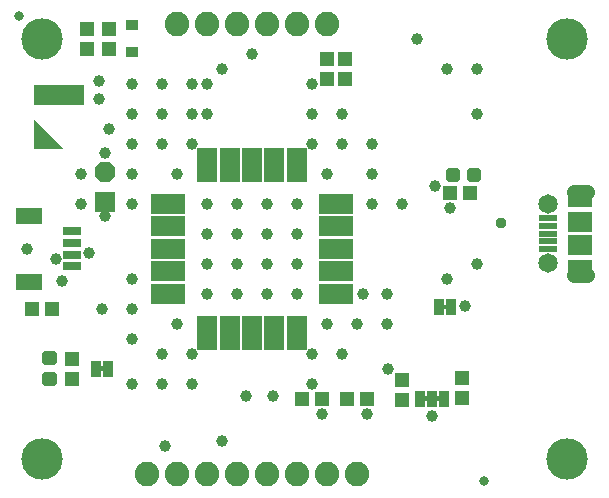
<source format=gbr>
G04 EAGLE Gerber RS-274X export*
G75*
%MOMM*%
%FSLAX34Y34*%
%LPD*%
%INSoldermask Top*%
%IPPOS*%
%AMOC8*
5,1,8,0,0,1.08239X$1,22.5*%
G01*
%ADD10C,3.505200*%
%ADD11C,0.838200*%
%ADD12R,2.203200X1.403200*%
%ADD13R,1.553200X0.803200*%
%ADD14R,1.303200X1.203200*%
%ADD15R,1.203200X1.303200*%
%ADD16R,4.200000X1.700000*%
%ADD17R,0.838200X1.473200*%
%ADD18C,0.505344*%
%ADD19R,1.033200X0.833200*%
%ADD20R,2.953200X1.803200*%
%ADD21R,1.803200X2.953200*%
%ADD22C,2.082800*%
%ADD23C,1.653200*%
%ADD24R,1.553200X0.603200*%
%ADD25R,2.103200X1.703200*%
%ADD26R,2.103200X1.403200*%
%ADD27C,1.311200*%
%ADD28R,1.727200X1.727200*%
%ADD29P,1.869504X8X202.500000*%
%ADD30C,0.990600*%
%ADD31C,0.959600*%

G36*
X208062Y668923D02*
X208062Y668923D01*
X208106Y668926D01*
X208128Y668942D01*
X208154Y668950D01*
X208183Y668983D01*
X208218Y669009D01*
X208228Y669035D01*
X208246Y669055D01*
X208253Y669099D01*
X208268Y669139D01*
X208263Y669166D01*
X208267Y669193D01*
X208249Y669234D01*
X208240Y669276D01*
X208214Y669312D01*
X208210Y669321D01*
X208205Y669325D01*
X208196Y669336D01*
X184196Y693336D01*
X184158Y693357D01*
X184125Y693386D01*
X184098Y693390D01*
X184074Y693403D01*
X184030Y693400D01*
X183987Y693407D01*
X183962Y693396D01*
X183934Y693394D01*
X183899Y693368D01*
X183859Y693350D01*
X183844Y693327D01*
X183822Y693311D01*
X183806Y693270D01*
X183782Y693234D01*
X183775Y693190D01*
X183772Y693181D01*
X183773Y693174D01*
X183771Y693160D01*
X183771Y669160D01*
X183776Y669144D01*
X183773Y669127D01*
X183795Y669077D01*
X183810Y669026D01*
X183823Y669015D01*
X183830Y668999D01*
X183875Y668969D01*
X183915Y668934D01*
X183932Y668931D01*
X183947Y668922D01*
X184020Y668911D01*
X208020Y668911D01*
X208062Y668923D01*
G37*
G36*
X527750Y455307D02*
X527750Y455307D01*
X527816Y455309D01*
X527859Y455327D01*
X527906Y455335D01*
X527963Y455369D01*
X528023Y455394D01*
X528058Y455425D01*
X528099Y455450D01*
X528141Y455501D01*
X528189Y455545D01*
X528211Y455587D01*
X528240Y455624D01*
X528261Y455686D01*
X528292Y455745D01*
X528300Y455799D01*
X528312Y455836D01*
X528311Y455876D01*
X528319Y455930D01*
X528319Y458470D01*
X528308Y458535D01*
X528306Y458601D01*
X528288Y458644D01*
X528280Y458691D01*
X528246Y458748D01*
X528221Y458808D01*
X528190Y458843D01*
X528165Y458884D01*
X528114Y458926D01*
X528070Y458974D01*
X528028Y458996D01*
X527991Y459025D01*
X527929Y459046D01*
X527870Y459077D01*
X527816Y459085D01*
X527779Y459097D01*
X527739Y459096D01*
X527685Y459104D01*
X513715Y459104D01*
X513650Y459093D01*
X513584Y459091D01*
X513541Y459073D01*
X513494Y459065D01*
X513437Y459031D01*
X513377Y459006D01*
X513342Y458975D01*
X513301Y458950D01*
X513260Y458899D01*
X513211Y458855D01*
X513189Y458813D01*
X513160Y458776D01*
X513139Y458714D01*
X513108Y458655D01*
X513100Y458601D01*
X513088Y458564D01*
X513088Y458561D01*
X513089Y458524D01*
X513081Y458470D01*
X513081Y455930D01*
X513092Y455865D01*
X513094Y455799D01*
X513112Y455756D01*
X513120Y455709D01*
X513154Y455652D01*
X513179Y455592D01*
X513210Y455557D01*
X513235Y455516D01*
X513286Y455475D01*
X513330Y455426D01*
X513372Y455404D01*
X513409Y455375D01*
X513471Y455354D01*
X513530Y455323D01*
X513584Y455315D01*
X513621Y455303D01*
X513661Y455304D01*
X513715Y455296D01*
X527685Y455296D01*
X527750Y455307D01*
G37*
G36*
X534100Y532777D02*
X534100Y532777D01*
X534166Y532779D01*
X534209Y532797D01*
X534256Y532805D01*
X534313Y532839D01*
X534373Y532864D01*
X534408Y532895D01*
X534449Y532920D01*
X534491Y532971D01*
X534539Y533015D01*
X534561Y533057D01*
X534590Y533094D01*
X534611Y533156D01*
X534642Y533215D01*
X534650Y533269D01*
X534662Y533306D01*
X534661Y533346D01*
X534669Y533400D01*
X534669Y535940D01*
X534658Y536005D01*
X534656Y536071D01*
X534638Y536114D01*
X534630Y536161D01*
X534596Y536218D01*
X534571Y536278D01*
X534540Y536313D01*
X534515Y536354D01*
X534464Y536396D01*
X534420Y536444D01*
X534378Y536466D01*
X534341Y536495D01*
X534279Y536516D01*
X534220Y536547D01*
X534166Y536555D01*
X534129Y536567D01*
X534089Y536566D01*
X534035Y536574D01*
X530225Y536574D01*
X530160Y536563D01*
X530094Y536561D01*
X530051Y536543D01*
X530004Y536535D01*
X529947Y536501D01*
X529887Y536476D01*
X529852Y536445D01*
X529811Y536420D01*
X529770Y536369D01*
X529721Y536325D01*
X529699Y536283D01*
X529670Y536246D01*
X529649Y536184D01*
X529618Y536125D01*
X529610Y536071D01*
X529598Y536034D01*
X529598Y536031D01*
X529599Y535994D01*
X529591Y535940D01*
X529591Y533400D01*
X529602Y533335D01*
X529604Y533269D01*
X529622Y533226D01*
X529630Y533179D01*
X529664Y533122D01*
X529689Y533062D01*
X529720Y533027D01*
X529745Y532986D01*
X529796Y532945D01*
X529840Y532896D01*
X529882Y532874D01*
X529919Y532845D01*
X529981Y532824D01*
X530040Y532793D01*
X530094Y532785D01*
X530131Y532773D01*
X530171Y532774D01*
X530225Y532766D01*
X534035Y532766D01*
X534100Y532777D01*
G37*
G36*
X243270Y480707D02*
X243270Y480707D01*
X243336Y480709D01*
X243379Y480727D01*
X243426Y480735D01*
X243483Y480769D01*
X243543Y480794D01*
X243578Y480825D01*
X243619Y480850D01*
X243661Y480901D01*
X243709Y480945D01*
X243731Y480987D01*
X243760Y481024D01*
X243781Y481086D01*
X243812Y481145D01*
X243820Y481199D01*
X243832Y481236D01*
X243831Y481276D01*
X243839Y481330D01*
X243839Y483870D01*
X243828Y483935D01*
X243826Y484001D01*
X243808Y484044D01*
X243800Y484091D01*
X243766Y484148D01*
X243741Y484208D01*
X243710Y484243D01*
X243685Y484284D01*
X243634Y484326D01*
X243590Y484374D01*
X243548Y484396D01*
X243511Y484425D01*
X243449Y484446D01*
X243390Y484477D01*
X243336Y484485D01*
X243299Y484497D01*
X243259Y484496D01*
X243205Y484504D01*
X239395Y484504D01*
X239330Y484493D01*
X239264Y484491D01*
X239221Y484473D01*
X239174Y484465D01*
X239117Y484431D01*
X239057Y484406D01*
X239022Y484375D01*
X238981Y484350D01*
X238940Y484299D01*
X238891Y484255D01*
X238869Y484213D01*
X238840Y484176D01*
X238819Y484114D01*
X238788Y484055D01*
X238780Y484001D01*
X238768Y483964D01*
X238768Y483961D01*
X238769Y483924D01*
X238761Y483870D01*
X238761Y481330D01*
X238772Y481265D01*
X238774Y481199D01*
X238792Y481156D01*
X238800Y481109D01*
X238834Y481052D01*
X238859Y480992D01*
X238890Y480957D01*
X238915Y480916D01*
X238966Y480875D01*
X239010Y480826D01*
X239052Y480804D01*
X239089Y480775D01*
X239151Y480754D01*
X239210Y480723D01*
X239264Y480715D01*
X239301Y480703D01*
X239341Y480704D01*
X239395Y480696D01*
X243205Y480696D01*
X243270Y480707D01*
G37*
D10*
X190500Y762000D03*
X635000Y762000D03*
D11*
X565150Y387350D03*
X171450Y781050D03*
D12*
X179150Y612200D03*
X179150Y556200D03*
D13*
X215900Y599200D03*
X215900Y589200D03*
X215900Y579200D03*
X215900Y569200D03*
D14*
X199000Y533400D03*
X182000Y533400D03*
D15*
X446786Y728100D03*
X446786Y745100D03*
X431800Y728100D03*
X431800Y745100D03*
X228600Y753500D03*
X228600Y770500D03*
D16*
X204820Y714460D03*
D15*
X495300Y473320D03*
X495300Y456320D03*
X546100Y474590D03*
X546100Y457590D03*
D17*
X530860Y457200D03*
X520700Y457200D03*
X510540Y457200D03*
D18*
X200340Y477320D02*
X193360Y477320D01*
X200340Y477320D02*
X200340Y470340D01*
X193360Y470340D01*
X193360Y477320D01*
X193360Y475140D02*
X200340Y475140D01*
X200340Y494860D02*
X193360Y494860D01*
X200340Y494860D02*
X200340Y487880D01*
X193360Y487880D01*
X193360Y494860D01*
X193360Y492680D02*
X200340Y492680D01*
D17*
X236220Y482600D03*
X246380Y482600D03*
D19*
X266700Y750500D03*
X266700Y773500D03*
D15*
X247650Y753500D03*
X247650Y770500D03*
X215900Y474100D03*
X215900Y491100D03*
D20*
X297050Y622200D03*
X297050Y603200D03*
X297050Y584200D03*
X297050Y565200D03*
X297050Y546200D03*
D21*
X330300Y512950D03*
X349300Y512950D03*
X368300Y512950D03*
X387300Y512950D03*
X406300Y512950D03*
D20*
X439550Y546200D03*
X439550Y565200D03*
X439550Y584200D03*
X439550Y603200D03*
X439550Y622200D03*
D21*
X406300Y655450D03*
X387300Y655450D03*
X368300Y655450D03*
X349300Y655450D03*
X330300Y655450D03*
D14*
X410600Y457200D03*
X427600Y457200D03*
X448700Y457200D03*
X465700Y457200D03*
D10*
X190500Y406400D03*
X635000Y406400D03*
D22*
X304800Y774700D03*
X330200Y774700D03*
X355600Y774700D03*
X381000Y774700D03*
X406400Y774700D03*
X431800Y774700D03*
X457200Y393700D03*
X431800Y393700D03*
X406400Y393700D03*
X381000Y393700D03*
X355600Y393700D03*
X330200Y393700D03*
X304800Y393700D03*
X279400Y393700D03*
D14*
X553330Y631190D03*
X536330Y631190D03*
D18*
X542090Y642940D02*
X542090Y649920D01*
X542090Y642940D02*
X535110Y642940D01*
X535110Y649920D01*
X542090Y649920D01*
X542090Y647740D02*
X535110Y647740D01*
X559630Y649920D02*
X559630Y642940D01*
X552650Y642940D01*
X552650Y649920D01*
X559630Y649920D01*
X559630Y647740D02*
X552650Y647740D01*
D17*
X537210Y534670D03*
X527050Y534670D03*
D23*
X619120Y571900D03*
X619120Y621900D03*
D24*
X619120Y583900D03*
X619120Y590400D03*
X619120Y596900D03*
X619120Y603400D03*
X619120Y609900D03*
D25*
X646120Y586900D03*
X646120Y606900D03*
D26*
X646120Y567900D03*
X646120Y625900D03*
D27*
X651660Y561900D02*
X640580Y561900D01*
X640580Y631900D02*
X651660Y631900D01*
D28*
X243840Y623570D03*
D29*
X243840Y648970D03*
D30*
X177800Y584200D03*
X558800Y571500D03*
X520700Y442722D03*
X330200Y622300D03*
X355600Y622300D03*
X381000Y622300D03*
X406400Y622300D03*
X330200Y571500D03*
X355600Y571500D03*
X381000Y571500D03*
X406400Y571500D03*
X330200Y596900D03*
X355600Y596900D03*
X381000Y596900D03*
X406400Y596900D03*
X266700Y558800D03*
X266700Y533400D03*
X266700Y508000D03*
X292100Y495300D03*
X304800Y520700D03*
X431800Y520700D03*
X431800Y647700D03*
X304800Y647700D03*
X266700Y622300D03*
X266700Y647700D03*
X266700Y673100D03*
X292100Y673100D03*
X444500Y673100D03*
X469900Y673100D03*
X469900Y647700D03*
X469900Y622300D03*
X444500Y495300D03*
X419100Y495300D03*
X317500Y495300D03*
X317500Y673100D03*
X419100Y673100D03*
X508000Y762000D03*
X533400Y736600D03*
X558800Y736600D03*
X558800Y698500D03*
X330200Y546100D03*
X355600Y546100D03*
X381000Y546100D03*
X406400Y546100D03*
X330200Y698500D03*
X292100Y698500D03*
X266700Y698500D03*
X419100Y698500D03*
X444500Y698500D03*
X419100Y723900D03*
X457200Y520700D03*
X482600Y520700D03*
X482600Y546100D03*
X462280Y546100D03*
X533400Y558800D03*
X495300Y622300D03*
X330200Y723900D03*
X292100Y723900D03*
X266700Y723900D03*
X317500Y698500D03*
X317500Y723900D03*
X317500Y469900D03*
X292100Y469900D03*
X266700Y469900D03*
X241300Y533400D03*
X419100Y469900D03*
X223520Y647700D03*
X223520Y622300D03*
X243840Y665480D03*
X238760Y726440D03*
X238760Y711200D03*
X386080Y459740D03*
X363220Y459740D03*
X243840Y612140D03*
X523240Y637540D03*
D31*
X579120Y605790D03*
D30*
X465700Y444500D03*
X207518Y556768D03*
X483362Y482092D03*
X202438Y575056D03*
X427600Y444500D03*
X294894Y416814D03*
X368300Y749300D03*
X230124Y580644D03*
X247650Y685800D03*
X342900Y736600D03*
X342646Y421386D03*
X535940Y618490D03*
X548640Y535940D03*
M02*

</source>
